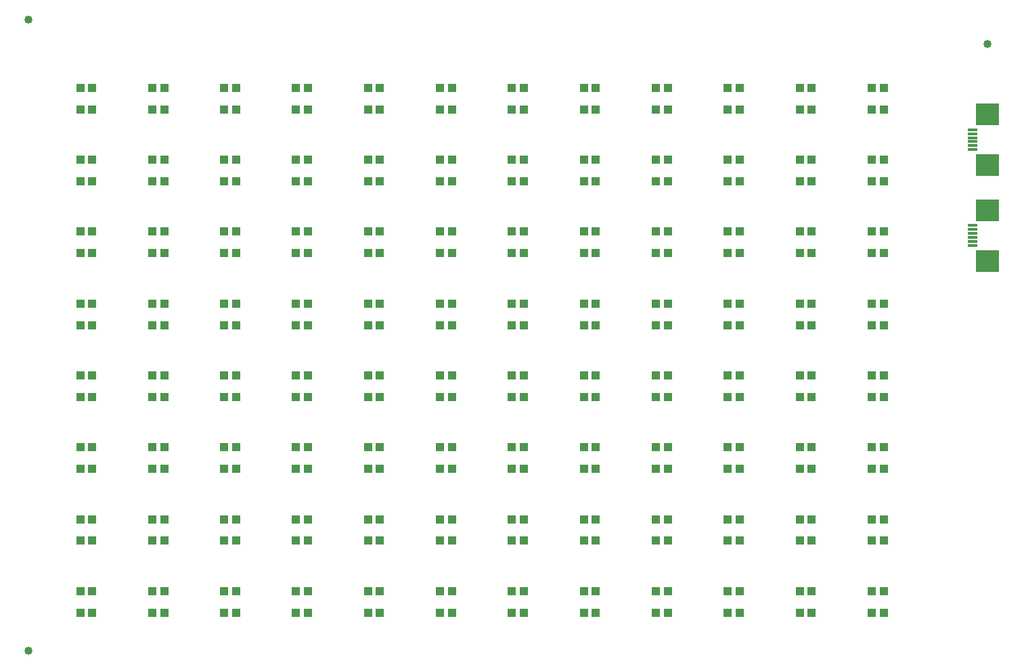
<source format=gtp>
G75*
%MOIN*%
%OFA0B0*%
%FSLAX25Y25*%
%IPPOS*%
%LPD*%
%AMOC8*
5,1,8,0,0,1.08239X$1,22.5*
%
%ADD10R,0.03937X0.03937*%
%ADD11C,0.04000*%
%ADD12R,0.04724X0.01181*%
%ADD13R,0.11811X0.10630*%
D10*
X0144170Y0115406D03*
X0150076Y0115406D03*
X0150076Y0126036D03*
X0144170Y0126036D03*
X0179603Y0126036D03*
X0185509Y0126036D03*
X0185509Y0115406D03*
X0179603Y0115406D03*
X0215036Y0115406D03*
X0220942Y0115406D03*
X0220942Y0126036D03*
X0215036Y0126036D03*
X0250469Y0126036D03*
X0256375Y0126036D03*
X0256375Y0115406D03*
X0250469Y0115406D03*
X0285902Y0115406D03*
X0291808Y0115406D03*
X0291808Y0126036D03*
X0285902Y0126036D03*
X0321335Y0126036D03*
X0327241Y0126036D03*
X0327241Y0115406D03*
X0321335Y0115406D03*
X0356769Y0115406D03*
X0362674Y0115406D03*
X0362674Y0126036D03*
X0356769Y0126036D03*
X0392202Y0126036D03*
X0398107Y0126036D03*
X0398107Y0115406D03*
X0392202Y0115406D03*
X0427635Y0115406D03*
X0433540Y0115406D03*
X0433540Y0126036D03*
X0427635Y0126036D03*
X0463068Y0126036D03*
X0468973Y0126036D03*
X0468973Y0115406D03*
X0463068Y0115406D03*
X0498501Y0115406D03*
X0504406Y0115406D03*
X0504406Y0126036D03*
X0498501Y0126036D03*
X0533934Y0126036D03*
X0539839Y0126036D03*
X0539839Y0115406D03*
X0533934Y0115406D03*
X0533934Y0150839D03*
X0539839Y0150839D03*
X0539839Y0161469D03*
X0533934Y0161469D03*
X0504406Y0161469D03*
X0498501Y0161469D03*
X0498501Y0150839D03*
X0504406Y0150839D03*
X0468973Y0150839D03*
X0463068Y0150839D03*
X0463068Y0161469D03*
X0468973Y0161469D03*
X0468973Y0186272D03*
X0463068Y0186272D03*
X0463068Y0196902D03*
X0468973Y0196902D03*
X0498501Y0196902D03*
X0504406Y0196902D03*
X0504406Y0186272D03*
X0498501Y0186272D03*
X0533934Y0186272D03*
X0539839Y0186272D03*
X0539839Y0196902D03*
X0533934Y0196902D03*
X0533934Y0221706D03*
X0539839Y0221706D03*
X0539839Y0232335D03*
X0533934Y0232335D03*
X0504406Y0232335D03*
X0498501Y0232335D03*
X0498501Y0221706D03*
X0504406Y0221706D03*
X0468973Y0221706D03*
X0463068Y0221706D03*
X0463068Y0232335D03*
X0468973Y0232335D03*
X0433540Y0232335D03*
X0427635Y0232335D03*
X0427635Y0221706D03*
X0433540Y0221706D03*
X0433540Y0196902D03*
X0427635Y0196902D03*
X0427635Y0186272D03*
X0433540Y0186272D03*
X0433540Y0161469D03*
X0427635Y0161469D03*
X0427635Y0150839D03*
X0433540Y0150839D03*
X0398107Y0150839D03*
X0392202Y0150839D03*
X0392202Y0161469D03*
X0398107Y0161469D03*
X0398107Y0186272D03*
X0392202Y0186272D03*
X0392202Y0196902D03*
X0398107Y0196902D03*
X0398107Y0221706D03*
X0392202Y0221706D03*
X0392202Y0232335D03*
X0398107Y0232335D03*
X0362674Y0232335D03*
X0356769Y0232335D03*
X0356769Y0221706D03*
X0362674Y0221706D03*
X0362674Y0196902D03*
X0356769Y0196902D03*
X0356769Y0186272D03*
X0362674Y0186272D03*
X0362674Y0161469D03*
X0356769Y0161469D03*
X0356769Y0150839D03*
X0362674Y0150839D03*
X0327241Y0150839D03*
X0321335Y0150839D03*
X0321335Y0161469D03*
X0327241Y0161469D03*
X0327241Y0186272D03*
X0321335Y0186272D03*
X0321335Y0196902D03*
X0327241Y0196902D03*
X0327241Y0221706D03*
X0321335Y0221706D03*
X0321335Y0232335D03*
X0327241Y0232335D03*
X0291808Y0232335D03*
X0285902Y0232335D03*
X0285902Y0221706D03*
X0291808Y0221706D03*
X0291808Y0196902D03*
X0285902Y0196902D03*
X0285902Y0186272D03*
X0291808Y0186272D03*
X0291808Y0161469D03*
X0285902Y0161469D03*
X0285902Y0150839D03*
X0291808Y0150839D03*
X0256375Y0150839D03*
X0250469Y0150839D03*
X0250469Y0161469D03*
X0256375Y0161469D03*
X0256375Y0186272D03*
X0250469Y0186272D03*
X0250469Y0196902D03*
X0256375Y0196902D03*
X0256375Y0221706D03*
X0250469Y0221706D03*
X0250469Y0232335D03*
X0256375Y0232335D03*
X0220942Y0232335D03*
X0215036Y0232335D03*
X0215036Y0221706D03*
X0220942Y0221706D03*
X0220942Y0196902D03*
X0215036Y0196902D03*
X0215036Y0186272D03*
X0220942Y0186272D03*
X0220942Y0161469D03*
X0215036Y0161469D03*
X0215036Y0150839D03*
X0220942Y0150839D03*
X0185509Y0150839D03*
X0179603Y0150839D03*
X0179603Y0161469D03*
X0185509Y0161469D03*
X0185509Y0186272D03*
X0179603Y0186272D03*
X0179603Y0196902D03*
X0185509Y0196902D03*
X0185509Y0221706D03*
X0179603Y0221706D03*
X0179603Y0232335D03*
X0185509Y0232335D03*
X0150076Y0232335D03*
X0144170Y0232335D03*
X0144170Y0221706D03*
X0150076Y0221706D03*
X0150076Y0196902D03*
X0144170Y0196902D03*
X0144170Y0186272D03*
X0150076Y0186272D03*
X0150076Y0161469D03*
X0144170Y0161469D03*
X0144170Y0150839D03*
X0150076Y0150839D03*
X0150076Y0257139D03*
X0144170Y0257139D03*
X0144170Y0267769D03*
X0150076Y0267769D03*
X0179603Y0267769D03*
X0185509Y0267769D03*
X0185509Y0257139D03*
X0179603Y0257139D03*
X0215036Y0257139D03*
X0220942Y0257139D03*
X0220942Y0267769D03*
X0215036Y0267769D03*
X0250469Y0267769D03*
X0256375Y0267769D03*
X0256375Y0257139D03*
X0250469Y0257139D03*
X0285902Y0257139D03*
X0291808Y0257139D03*
X0291808Y0267769D03*
X0285902Y0267769D03*
X0321335Y0267769D03*
X0327241Y0267769D03*
X0327241Y0257139D03*
X0321335Y0257139D03*
X0356769Y0257139D03*
X0362674Y0257139D03*
X0362674Y0267769D03*
X0356769Y0267769D03*
X0392202Y0267769D03*
X0398107Y0267769D03*
X0398107Y0257139D03*
X0392202Y0257139D03*
X0427635Y0257139D03*
X0433540Y0257139D03*
X0433540Y0267769D03*
X0427635Y0267769D03*
X0463068Y0267769D03*
X0468973Y0267769D03*
X0468973Y0257139D03*
X0463068Y0257139D03*
X0498501Y0257139D03*
X0504406Y0257139D03*
X0504406Y0267769D03*
X0498501Y0267769D03*
X0533934Y0267769D03*
X0539839Y0267769D03*
X0539839Y0257139D03*
X0533934Y0257139D03*
X0533934Y0292572D03*
X0539839Y0292572D03*
X0539839Y0303202D03*
X0533934Y0303202D03*
X0504406Y0303202D03*
X0498501Y0303202D03*
X0498501Y0292572D03*
X0504406Y0292572D03*
X0468973Y0292572D03*
X0463068Y0292572D03*
X0463068Y0303202D03*
X0468973Y0303202D03*
X0468973Y0328005D03*
X0463068Y0328005D03*
X0463068Y0338635D03*
X0468973Y0338635D03*
X0498501Y0338635D03*
X0504406Y0338635D03*
X0504406Y0328005D03*
X0498501Y0328005D03*
X0533934Y0328005D03*
X0539839Y0328005D03*
X0539839Y0338635D03*
X0533934Y0338635D03*
X0533934Y0363438D03*
X0539839Y0363438D03*
X0539839Y0374068D03*
X0533934Y0374068D03*
X0504406Y0374068D03*
X0498501Y0374068D03*
X0498501Y0363438D03*
X0504406Y0363438D03*
X0468973Y0363438D03*
X0463068Y0363438D03*
X0463068Y0374068D03*
X0468973Y0374068D03*
X0433540Y0374068D03*
X0427635Y0374068D03*
X0427635Y0363438D03*
X0433540Y0363438D03*
X0433540Y0338635D03*
X0427635Y0338635D03*
X0427635Y0328005D03*
X0433540Y0328005D03*
X0433540Y0303202D03*
X0427635Y0303202D03*
X0427635Y0292572D03*
X0433540Y0292572D03*
X0398107Y0292572D03*
X0392202Y0292572D03*
X0392202Y0303202D03*
X0398107Y0303202D03*
X0398107Y0328005D03*
X0392202Y0328005D03*
X0392202Y0338635D03*
X0398107Y0338635D03*
X0398107Y0363438D03*
X0392202Y0363438D03*
X0392202Y0374068D03*
X0398107Y0374068D03*
X0362674Y0374068D03*
X0356769Y0374068D03*
X0356769Y0363438D03*
X0362674Y0363438D03*
X0362674Y0338635D03*
X0356769Y0338635D03*
X0356769Y0328005D03*
X0362674Y0328005D03*
X0362674Y0303202D03*
X0356769Y0303202D03*
X0356769Y0292572D03*
X0362674Y0292572D03*
X0327241Y0292572D03*
X0321335Y0292572D03*
X0321335Y0303202D03*
X0327241Y0303202D03*
X0327241Y0328005D03*
X0321335Y0328005D03*
X0321335Y0338635D03*
X0327241Y0338635D03*
X0327241Y0363438D03*
X0321335Y0363438D03*
X0321335Y0374068D03*
X0327241Y0374068D03*
X0291808Y0374068D03*
X0285902Y0374068D03*
X0285902Y0363438D03*
X0291808Y0363438D03*
X0291808Y0338635D03*
X0285902Y0338635D03*
X0285902Y0328005D03*
X0291808Y0328005D03*
X0291808Y0303202D03*
X0285902Y0303202D03*
X0285902Y0292572D03*
X0291808Y0292572D03*
X0256375Y0292572D03*
X0250469Y0292572D03*
X0250469Y0303202D03*
X0256375Y0303202D03*
X0256375Y0328005D03*
X0250469Y0328005D03*
X0250469Y0338635D03*
X0256375Y0338635D03*
X0256375Y0363438D03*
X0250469Y0363438D03*
X0250469Y0374068D03*
X0256375Y0374068D03*
X0220942Y0374068D03*
X0215036Y0374068D03*
X0215036Y0363438D03*
X0220942Y0363438D03*
X0220942Y0338635D03*
X0215036Y0338635D03*
X0215036Y0328005D03*
X0220942Y0328005D03*
X0220942Y0303202D03*
X0215036Y0303202D03*
X0215036Y0292572D03*
X0220942Y0292572D03*
X0185509Y0292572D03*
X0179603Y0292572D03*
X0179603Y0303202D03*
X0185509Y0303202D03*
X0185509Y0328005D03*
X0179603Y0328005D03*
X0179603Y0338635D03*
X0185509Y0338635D03*
X0185509Y0363438D03*
X0179603Y0363438D03*
X0179603Y0374068D03*
X0185509Y0374068D03*
X0150076Y0374068D03*
X0144170Y0374068D03*
X0144170Y0363438D03*
X0150076Y0363438D03*
X0150076Y0338635D03*
X0144170Y0338635D03*
X0144170Y0328005D03*
X0150076Y0328005D03*
X0150076Y0303202D03*
X0144170Y0303202D03*
X0144170Y0292572D03*
X0150076Y0292572D03*
D11*
X0118658Y0096548D03*
X0118658Y0407572D03*
X0591099Y0395761D03*
D12*
X0583619Y0353438D03*
X0583619Y0351469D03*
X0583619Y0349501D03*
X0583619Y0347532D03*
X0583619Y0345564D03*
X0583619Y0343595D03*
X0583619Y0306194D03*
X0583619Y0304225D03*
X0583619Y0302257D03*
X0583619Y0300288D03*
X0583619Y0298320D03*
X0583619Y0296351D03*
D13*
X0591099Y0288753D03*
X0591099Y0313792D03*
X0591099Y0335997D03*
X0591099Y0361036D03*
M02*

</source>
